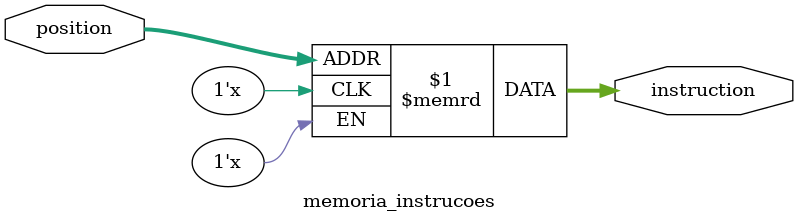
<source format=v>
module memoria_instrucoes (input wire[7:0] position, output wire[7:0] instruction);
    parameter SIZE = 8'Hff;
    reg [7:0] rom [0:SIZE];

    assign instruction = rom[position];
endmodule
</source>
